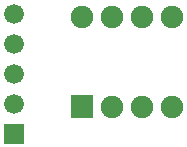
<source format=gbs>
G04 Layer: BottomSolderMaskLayer*
G04 EasyEDA v6.4.19.4, 2021-04-26T14:19:55+08:00*
G04 bb5b95a08457485f97d9af8ca6741c64,50e18b4aeadc48e1a6b1b5d6e25f7a68,10*
G04 Gerber Generator version 0.2*
G04 Scale: 100 percent, Rotated: No, Reflected: No *
G04 Dimensions in millimeters *
G04 leading zeros omitted , absolute positions ,4 integer and 5 decimal *
%FSLAX45Y45*%
%MOMM*%

%ADD26C,1.6764*%
%ADD27R,1.6764X1.6764*%
%ADD32C,1.9016*%

%LPD*%
D26*
G01*
X190500Y-571500D03*
G01*
X190500Y-825500D03*
G01*
X190500Y-1079500D03*
G01*
X190500Y-1333500D03*
D27*
G01*
X190500Y-1587500D03*
G36*
X667004Y-1453895D02*
G01*
X667004Y-1263904D01*
X856995Y-1263904D01*
X856995Y-1453895D01*
G37*
D32*
G01*
X1016000Y-1358900D03*
G01*
X1270000Y-1358900D03*
G01*
X1524000Y-1358900D03*
G01*
X1524000Y-596900D03*
G01*
X1270000Y-596900D03*
G01*
X1016000Y-596900D03*
G01*
X762000Y-596900D03*
M02*

</source>
